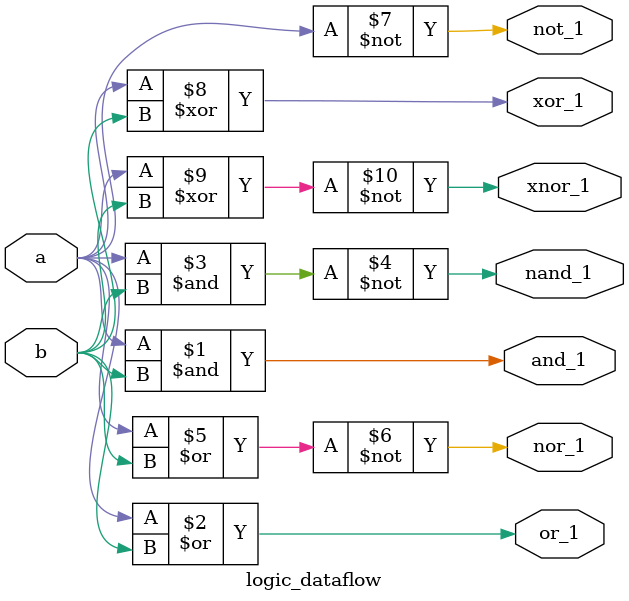
<source format=v>
`timescale 1ns / 1ps



module logic_dataflow(a,b,and_1,or_1,nand_1,nor_1,not_1,xor_1,xnor_1);
input a,b;
output and_1,or_1,nand_1,nor_1,not_1,xor_1,xnor_1;
assign and_1 = a&b;
assign or_1 = a|b;
assign nand_1 = ~(a&b);
assign nor_1 = ~(a|b);
assign not_1 = ~a;
assign xor_1 = a^b;
assign xnor_1 = ~(a^b); 
endmodule

</source>
